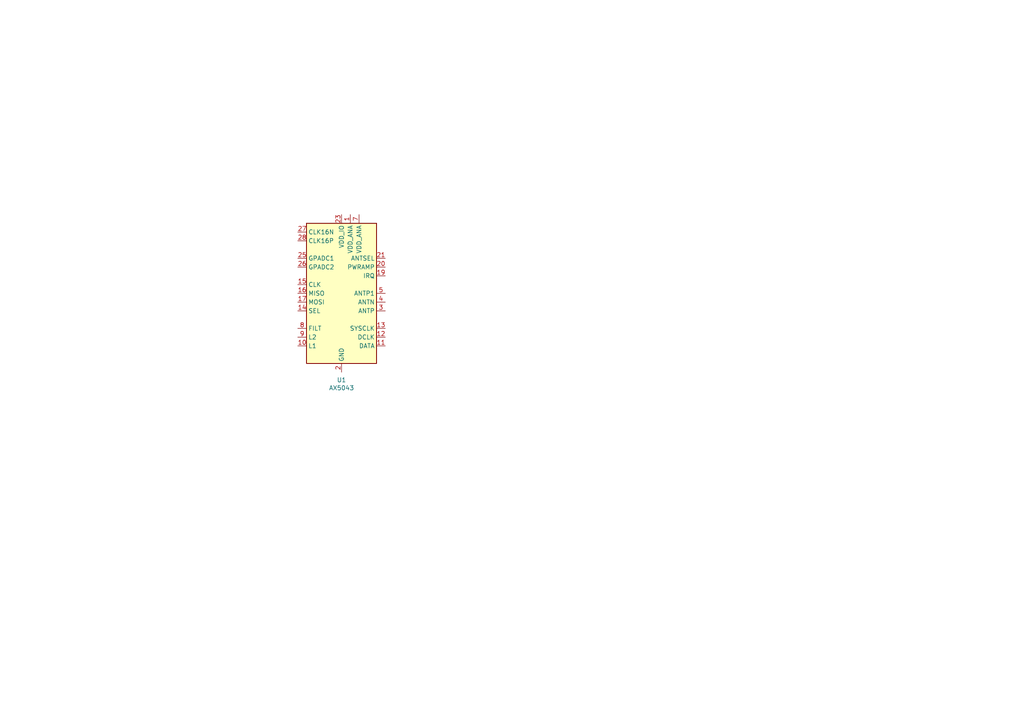
<source format=kicad_sch>
(kicad_sch (version 20211123) (generator eeschema)
  (paper "A4")
  (lib_symbols
    (symbol "RF:AX5043"
      (property "Reference" "U" (at -8.89 21.59 0))
      (property "Value" "AX5043" (at 8.89 21.59 0))
      (symbol "AX5043_1_0"
        (rectangle (start -10.16 -20.32) (end 10.16 20.32) (stroke (width 0.254)) (fill (type background)))
      )
      (symbol "AX5043_1_1"
        (pin power_out line (at 2.54 22.86 270) (length 2.54) (name "VDD_ANA") (number "1"))
        (pin passive line (at -12.7 -15.24 0) (length 2.54) (name "L1") (number "10"))
        (pin bidirectional line (at 12.7 -15.24 180) (length 2.54) (name "DATA") (number "11"))
        (pin bidirectional line (at 12.7 -12.7 180) (length 2.54) (name "DCLK") (number "12"))
        (pin bidirectional line (at 12.7 -10.16 180) (length 2.54) (name "SYSCLK") (number "13"))
        (pin input line (at -12.7 -5.08 0) (length 2.54) (name "SEL") (number "14"))
        (pin input line (at -12.7 2.54 0) (length 2.54) (name "CLK") (number "15"))
        (pin output line (at -12.7 0 0) (length 2.54) (name "MISO") (number "16"))
        (pin input line (at -12.7 -2.54 0) (length 2.54) (name "MOSI") (number "17"))
        (pin no_connect line (at -2.54 -20.32 90) (length 2.54) hide (name "NC") (number "18"))
        (pin output line (at 12.7 5.08 180) (length 2.54) (name "IRQ") (number "19"))
        (pin power_in line (at 0 -22.86 90) (length 2.54) (name "GND") (number "2"))
        (pin bidirectional line (at 12.7 7.62 180) (length 2.54) (name "PWRAMP") (number "20"))
        (pin bidirectional line (at 12.7 10.16 180) (length 2.54) (name "ANTSEL") (number "21"))
        (pin no_connect line (at 2.54 -20.32 90) (length 2.54) hide (name "NC") (number "22"))
        (pin power_in line (at 0 22.86 270) (length 2.54) (name "VDD_IO") (number "23"))
        (pin no_connect line (at -5.08 -20.32 90) (length 2.54) hide (name "NC") (number "24"))
        (pin input line (at -12.7 10.16 0) (length 2.54) (name "GPADC1") (number "25"))
        (pin input line (at -12.7 7.62 0) (length 2.54) (name "GPADC2") (number "26"))
        (pin input line (at -12.7 17.78 0) (length 2.54) (name "CLK16N") (number "27"))
        (pin input line (at -12.7 15.24 0) (length 2.54) (name "CLK16P") (number "28"))
        (pin passive line (at 0 -22.86 90) (length 2.54) hide (name "GND") (number "29"))
        (pin bidirectional line (at 12.7 -5.08 180) (length 2.54) (name "ANTP") (number "3"))
        (pin bidirectional line (at 12.7 -2.54 180) (length 2.54) (name "ANTN") (number "4"))
        (pin output line (at 12.7 0 180) (length 2.54) (name "ANTP1") (number "5"))
        (pin passive line (at 0 -22.86 90) (length 2.54) hide (name "GND") (number "6"))
        (pin power_out line (at 5.08 22.86 270) (length 2.54) (name "VDD_ANA") (number "7"))
        (pin input line (at -12.7 -10.16 0) (length 2.54) (name "FILT") (number "8"))
        (pin passive line (at -12.7 -12.7 0) (length 2.54) (name "L2") (number "9"))
      )
    )
  )
  (symbol (lib_id "RF:AX5043") (at 99.06 85.09 0) (unit 1)
    (property "Reference" "U1" (at 99.06 110.2106 0))
    (property "Value" "AX5043" (at 99.06 112.522 0))
    (property "Footprint" "Package_DFN_QFN:QFN-28-1EP_5x5mm_P0.5mm_EP3.35x3.35mm" (effects hide))
    (property "Datasheet" "https://www.onsemi.com/pub/Collateral/AX5043-D.PDF" (effects hide))
    (property "Config" "DNF" (effects hide))
  )
)
</source>
